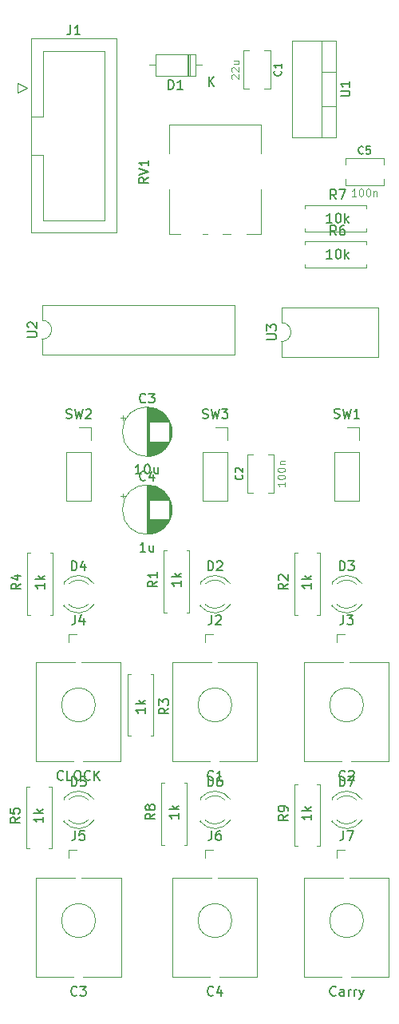
<source format=gbr>
%TF.GenerationSoftware,KiCad,Pcbnew,(6.0.0)*%
%TF.CreationDate,2022-10-17T09:47:37-04:00*%
%TF.ProjectId,bindec,62696e64-6563-42e6-9b69-6361645f7063,rev?*%
%TF.SameCoordinates,Original*%
%TF.FileFunction,Legend,Top*%
%TF.FilePolarity,Positive*%
%FSLAX46Y46*%
G04 Gerber Fmt 4.6, Leading zero omitted, Abs format (unit mm)*
G04 Created by KiCad (PCBNEW (6.0.0)) date 2022-10-17 09:47:37*
%MOMM*%
%LPD*%
G01*
G04 APERTURE LIST*
%ADD10C,0.150000*%
%ADD11C,0.140000*%
%ADD12C,0.120000*%
G04 APERTURE END LIST*
D10*
%TO.C,R2*%
X160238380Y-87225666D02*
X159762190Y-87559000D01*
X160238380Y-87797095D02*
X159238380Y-87797095D01*
X159238380Y-87416142D01*
X159286000Y-87320904D01*
X159333619Y-87273285D01*
X159428857Y-87225666D01*
X159571714Y-87225666D01*
X159666952Y-87273285D01*
X159714571Y-87320904D01*
X159762190Y-87416142D01*
X159762190Y-87797095D01*
X159333619Y-86844714D02*
X159286000Y-86797095D01*
X159238380Y-86701857D01*
X159238380Y-86463761D01*
X159286000Y-86368523D01*
X159333619Y-86320904D01*
X159428857Y-86273285D01*
X159524095Y-86273285D01*
X159666952Y-86320904D01*
X160238380Y-86892333D01*
X160238380Y-86273285D01*
X162738380Y-87178047D02*
X162738380Y-87749476D01*
X162738380Y-87463761D02*
X161738380Y-87463761D01*
X161881238Y-87559000D01*
X161976476Y-87654238D01*
X162024095Y-87749476D01*
X162738380Y-86749476D02*
X161738380Y-86749476D01*
X162357428Y-86654238D02*
X162738380Y-86368523D01*
X162071714Y-86368523D02*
X162452666Y-86749476D01*
%TO.C,SW3*%
X151198666Y-69658761D02*
X151341523Y-69706380D01*
X151579619Y-69706380D01*
X151674857Y-69658761D01*
X151722476Y-69611142D01*
X151770095Y-69515904D01*
X151770095Y-69420666D01*
X151722476Y-69325428D01*
X151674857Y-69277809D01*
X151579619Y-69230190D01*
X151389142Y-69182571D01*
X151293904Y-69134952D01*
X151246285Y-69087333D01*
X151198666Y-68992095D01*
X151198666Y-68896857D01*
X151246285Y-68801619D01*
X151293904Y-68754000D01*
X151389142Y-68706380D01*
X151627238Y-68706380D01*
X151770095Y-68754000D01*
X152103428Y-68706380D02*
X152341523Y-69706380D01*
X152532000Y-68992095D01*
X152722476Y-69706380D01*
X152960571Y-68706380D01*
X153246285Y-68706380D02*
X153865333Y-68706380D01*
X153532000Y-69087333D01*
X153674857Y-69087333D01*
X153770095Y-69134952D01*
X153817714Y-69182571D01*
X153865333Y-69277809D01*
X153865333Y-69515904D01*
X153817714Y-69611142D01*
X153770095Y-69658761D01*
X153674857Y-69706380D01*
X153389142Y-69706380D01*
X153293904Y-69658761D01*
X153246285Y-69611142D01*
%TO.C,D5*%
X137290904Y-108697380D02*
X137290904Y-107697380D01*
X137529000Y-107697380D01*
X137671857Y-107745000D01*
X137767095Y-107840238D01*
X137814714Y-107935476D01*
X137862333Y-108125952D01*
X137862333Y-108268809D01*
X137814714Y-108459285D01*
X137767095Y-108554523D01*
X137671857Y-108649761D01*
X137529000Y-108697380D01*
X137290904Y-108697380D01*
X138767095Y-107697380D02*
X138290904Y-107697380D01*
X138243285Y-108173571D01*
X138290904Y-108125952D01*
X138386142Y-108078333D01*
X138624238Y-108078333D01*
X138719476Y-108125952D01*
X138767095Y-108173571D01*
X138814714Y-108268809D01*
X138814714Y-108506904D01*
X138767095Y-108602142D01*
X138719476Y-108649761D01*
X138624238Y-108697380D01*
X138386142Y-108697380D01*
X138290904Y-108649761D01*
X138243285Y-108602142D01*
D11*
%TO.C,C2*%
X155368714Y-75698333D02*
X155406809Y-75736428D01*
X155444904Y-75850714D01*
X155444904Y-75926904D01*
X155406809Y-76041190D01*
X155330619Y-76117380D01*
X155254428Y-76155476D01*
X155102047Y-76193571D01*
X154987761Y-76193571D01*
X154835380Y-76155476D01*
X154759190Y-76117380D01*
X154683000Y-76041190D01*
X154644904Y-75926904D01*
X154644904Y-75850714D01*
X154683000Y-75736428D01*
X154721095Y-75698333D01*
X154721095Y-75393571D02*
X154683000Y-75355476D01*
X154644904Y-75279285D01*
X154644904Y-75088809D01*
X154683000Y-75012619D01*
X154721095Y-74974523D01*
X154797285Y-74936428D01*
X154873476Y-74936428D01*
X154987761Y-74974523D01*
X155444904Y-75431666D01*
X155444904Y-74936428D01*
D12*
X159944904Y-76460238D02*
X159944904Y-76917380D01*
X159944904Y-76688809D02*
X159144904Y-76688809D01*
X159259190Y-76765000D01*
X159335380Y-76841190D01*
X159373476Y-76917380D01*
X159144904Y-75965000D02*
X159144904Y-75888809D01*
X159183000Y-75812619D01*
X159221095Y-75774523D01*
X159297285Y-75736428D01*
X159449666Y-75698333D01*
X159640142Y-75698333D01*
X159792523Y-75736428D01*
X159868714Y-75774523D01*
X159906809Y-75812619D01*
X159944904Y-75888809D01*
X159944904Y-75965000D01*
X159906809Y-76041190D01*
X159868714Y-76079285D01*
X159792523Y-76117380D01*
X159640142Y-76155476D01*
X159449666Y-76155476D01*
X159297285Y-76117380D01*
X159221095Y-76079285D01*
X159183000Y-76041190D01*
X159144904Y-75965000D01*
X159144904Y-75203095D02*
X159144904Y-75126904D01*
X159183000Y-75050714D01*
X159221095Y-75012619D01*
X159297285Y-74974523D01*
X159449666Y-74936428D01*
X159640142Y-74936428D01*
X159792523Y-74974523D01*
X159868714Y-75012619D01*
X159906809Y-75050714D01*
X159944904Y-75126904D01*
X159944904Y-75203095D01*
X159906809Y-75279285D01*
X159868714Y-75317380D01*
X159792523Y-75355476D01*
X159640142Y-75393571D01*
X159449666Y-75393571D01*
X159297285Y-75355476D01*
X159221095Y-75317380D01*
X159183000Y-75279285D01*
X159144904Y-75203095D01*
X159411571Y-74593571D02*
X159944904Y-74593571D01*
X159487761Y-74593571D02*
X159449666Y-74555476D01*
X159411571Y-74479285D01*
X159411571Y-74365000D01*
X159449666Y-74288809D01*
X159525857Y-74250714D01*
X159944904Y-74250714D01*
D10*
%TO.C,D3*%
X165733904Y-85837380D02*
X165733904Y-84837380D01*
X165972000Y-84837380D01*
X166114857Y-84885000D01*
X166210095Y-84980238D01*
X166257714Y-85075476D01*
X166305333Y-85265952D01*
X166305333Y-85408809D01*
X166257714Y-85599285D01*
X166210095Y-85694523D01*
X166114857Y-85789761D01*
X165972000Y-85837380D01*
X165733904Y-85837380D01*
X166638666Y-84837380D02*
X167257714Y-84837380D01*
X166924380Y-85218333D01*
X167067238Y-85218333D01*
X167162476Y-85265952D01*
X167210095Y-85313571D01*
X167257714Y-85408809D01*
X167257714Y-85646904D01*
X167210095Y-85742142D01*
X167162476Y-85789761D01*
X167067238Y-85837380D01*
X166781523Y-85837380D01*
X166686285Y-85789761D01*
X166638666Y-85742142D01*
%TO.C,R9*%
X160238380Y-111736666D02*
X159762190Y-112070000D01*
X160238380Y-112308095D02*
X159238380Y-112308095D01*
X159238380Y-111927142D01*
X159286000Y-111831904D01*
X159333619Y-111784285D01*
X159428857Y-111736666D01*
X159571714Y-111736666D01*
X159666952Y-111784285D01*
X159714571Y-111831904D01*
X159762190Y-111927142D01*
X159762190Y-112308095D01*
X160238380Y-111260476D02*
X160238380Y-111070000D01*
X160190761Y-110974761D01*
X160143142Y-110927142D01*
X160000285Y-110831904D01*
X159809809Y-110784285D01*
X159428857Y-110784285D01*
X159333619Y-110831904D01*
X159286000Y-110879523D01*
X159238380Y-110974761D01*
X159238380Y-111165238D01*
X159286000Y-111260476D01*
X159333619Y-111308095D01*
X159428857Y-111355714D01*
X159666952Y-111355714D01*
X159762190Y-111308095D01*
X159809809Y-111260476D01*
X159857428Y-111165238D01*
X159857428Y-110974761D01*
X159809809Y-110879523D01*
X159762190Y-110831904D01*
X159666952Y-110784285D01*
X162738380Y-111689047D02*
X162738380Y-112260476D01*
X162738380Y-111974761D02*
X161738380Y-111974761D01*
X161881238Y-112070000D01*
X161976476Y-112165238D01*
X162024095Y-112260476D01*
X162738380Y-111260476D02*
X161738380Y-111260476D01*
X162357428Y-111165238D02*
X162738380Y-110879523D01*
X162071714Y-110879523D02*
X162452666Y-111260476D01*
D11*
%TO.C,C1*%
X159487714Y-32879333D02*
X159525809Y-32917428D01*
X159563904Y-33031714D01*
X159563904Y-33107904D01*
X159525809Y-33222190D01*
X159449619Y-33298380D01*
X159373428Y-33336476D01*
X159221047Y-33374571D01*
X159106761Y-33374571D01*
X158954380Y-33336476D01*
X158878190Y-33298380D01*
X158802000Y-33222190D01*
X158763904Y-33107904D01*
X158763904Y-33031714D01*
X158802000Y-32917428D01*
X158840095Y-32879333D01*
X159563904Y-32117428D02*
X159563904Y-32574571D01*
X159563904Y-32346000D02*
X158763904Y-32346000D01*
X158878190Y-32422190D01*
X158954380Y-32498380D01*
X158992476Y-32574571D01*
D12*
X154340095Y-33717428D02*
X154302000Y-33679333D01*
X154263904Y-33603142D01*
X154263904Y-33412666D01*
X154302000Y-33336476D01*
X154340095Y-33298380D01*
X154416285Y-33260285D01*
X154492476Y-33260285D01*
X154606761Y-33298380D01*
X155063904Y-33755523D01*
X155063904Y-33260285D01*
X154340095Y-32955523D02*
X154302000Y-32917428D01*
X154263904Y-32841238D01*
X154263904Y-32650761D01*
X154302000Y-32574571D01*
X154340095Y-32536476D01*
X154416285Y-32498380D01*
X154492476Y-32498380D01*
X154606761Y-32536476D01*
X155063904Y-32993619D01*
X155063904Y-32498380D01*
X154530571Y-31812666D02*
X155063904Y-31812666D01*
X154530571Y-32155523D02*
X154949619Y-32155523D01*
X155025809Y-32117428D01*
X155063904Y-32041238D01*
X155063904Y-31926952D01*
X155025809Y-31850761D01*
X154987714Y-31812666D01*
D10*
%TO.C,J3*%
X166143666Y-90551380D02*
X166143666Y-91265666D01*
X166096047Y-91408523D01*
X166000809Y-91503761D01*
X165857952Y-91551380D01*
X165762714Y-91551380D01*
X166524619Y-90551380D02*
X167143666Y-90551380D01*
X166810333Y-90932333D01*
X166953190Y-90932333D01*
X167048428Y-90979952D01*
X167096047Y-91027571D01*
X167143666Y-91122809D01*
X167143666Y-91360904D01*
X167096047Y-91456142D01*
X167048428Y-91503761D01*
X166953190Y-91551380D01*
X166667476Y-91551380D01*
X166572238Y-91503761D01*
X166524619Y-91456142D01*
X166310333Y-107956142D02*
X166262714Y-108003761D01*
X166119857Y-108051380D01*
X166024619Y-108051380D01*
X165881761Y-108003761D01*
X165786523Y-107908523D01*
X165738904Y-107813285D01*
X165691285Y-107622809D01*
X165691285Y-107479952D01*
X165738904Y-107289476D01*
X165786523Y-107194238D01*
X165881761Y-107099000D01*
X166024619Y-107051380D01*
X166119857Y-107051380D01*
X166262714Y-107099000D01*
X166310333Y-107146619D01*
X166691285Y-107146619D02*
X166738904Y-107099000D01*
X166834142Y-107051380D01*
X167072238Y-107051380D01*
X167167476Y-107099000D01*
X167215095Y-107146619D01*
X167262714Y-107241857D01*
X167262714Y-107337095D01*
X167215095Y-107479952D01*
X166643666Y-108051380D01*
X167262714Y-108051380D01*
%TO.C,SW2*%
X136720666Y-69658761D02*
X136863523Y-69706380D01*
X137101619Y-69706380D01*
X137196857Y-69658761D01*
X137244476Y-69611142D01*
X137292095Y-69515904D01*
X137292095Y-69420666D01*
X137244476Y-69325428D01*
X137196857Y-69277809D01*
X137101619Y-69230190D01*
X136911142Y-69182571D01*
X136815904Y-69134952D01*
X136768285Y-69087333D01*
X136720666Y-68992095D01*
X136720666Y-68896857D01*
X136768285Y-68801619D01*
X136815904Y-68754000D01*
X136911142Y-68706380D01*
X137149238Y-68706380D01*
X137292095Y-68754000D01*
X137625428Y-68706380D02*
X137863523Y-69706380D01*
X138054000Y-68992095D01*
X138244476Y-69706380D01*
X138482571Y-68706380D01*
X138815904Y-68801619D02*
X138863523Y-68754000D01*
X138958761Y-68706380D01*
X139196857Y-68706380D01*
X139292095Y-68754000D01*
X139339714Y-68801619D01*
X139387333Y-68896857D01*
X139387333Y-68992095D01*
X139339714Y-69134952D01*
X138768285Y-69706380D01*
X139387333Y-69706380D01*
%TO.C,RV1*%
X145459380Y-44159238D02*
X144983190Y-44492571D01*
X145459380Y-44730666D02*
X144459380Y-44730666D01*
X144459380Y-44349714D01*
X144507000Y-44254476D01*
X144554619Y-44206857D01*
X144649857Y-44159238D01*
X144792714Y-44159238D01*
X144887952Y-44206857D01*
X144935571Y-44254476D01*
X144983190Y-44349714D01*
X144983190Y-44730666D01*
X144459380Y-43873523D02*
X145459380Y-43540190D01*
X144459380Y-43206857D01*
X145459380Y-42349714D02*
X145459380Y-42921142D01*
X145459380Y-42635428D02*
X144459380Y-42635428D01*
X144602238Y-42730666D01*
X144697476Y-42825904D01*
X144745095Y-42921142D01*
%TO.C,R7*%
X165357333Y-46466380D02*
X165024000Y-45990190D01*
X164785904Y-46466380D02*
X164785904Y-45466380D01*
X165166857Y-45466380D01*
X165262095Y-45514000D01*
X165309714Y-45561619D01*
X165357333Y-45656857D01*
X165357333Y-45799714D01*
X165309714Y-45894952D01*
X165262095Y-45942571D01*
X165166857Y-45990190D01*
X164785904Y-45990190D01*
X165690666Y-45466380D02*
X166357333Y-45466380D01*
X165928761Y-46466380D01*
X164928761Y-48966380D02*
X164357333Y-48966380D01*
X164643047Y-48966380D02*
X164643047Y-47966380D01*
X164547809Y-48109238D01*
X164452571Y-48204476D01*
X164357333Y-48252095D01*
X165547809Y-47966380D02*
X165643047Y-47966380D01*
X165738285Y-48014000D01*
X165785904Y-48061619D01*
X165833523Y-48156857D01*
X165881142Y-48347333D01*
X165881142Y-48585428D01*
X165833523Y-48775904D01*
X165785904Y-48871142D01*
X165738285Y-48918761D01*
X165643047Y-48966380D01*
X165547809Y-48966380D01*
X165452571Y-48918761D01*
X165404952Y-48871142D01*
X165357333Y-48775904D01*
X165309714Y-48585428D01*
X165309714Y-48347333D01*
X165357333Y-48156857D01*
X165404952Y-48061619D01*
X165452571Y-48014000D01*
X165547809Y-47966380D01*
X166309714Y-48966380D02*
X166309714Y-47966380D01*
X166404952Y-48585428D02*
X166690666Y-48966380D01*
X166690666Y-48299714D02*
X166309714Y-48680666D01*
%TO.C,R5*%
X131790380Y-111990666D02*
X131314190Y-112324000D01*
X131790380Y-112562095D02*
X130790380Y-112562095D01*
X130790380Y-112181142D01*
X130838000Y-112085904D01*
X130885619Y-112038285D01*
X130980857Y-111990666D01*
X131123714Y-111990666D01*
X131218952Y-112038285D01*
X131266571Y-112085904D01*
X131314190Y-112181142D01*
X131314190Y-112562095D01*
X130790380Y-111085904D02*
X130790380Y-111562095D01*
X131266571Y-111609714D01*
X131218952Y-111562095D01*
X131171333Y-111466857D01*
X131171333Y-111228761D01*
X131218952Y-111133523D01*
X131266571Y-111085904D01*
X131361809Y-111038285D01*
X131599904Y-111038285D01*
X131695142Y-111085904D01*
X131742761Y-111133523D01*
X131790380Y-111228761D01*
X131790380Y-111466857D01*
X131742761Y-111562095D01*
X131695142Y-111609714D01*
X134290380Y-111943047D02*
X134290380Y-112514476D01*
X134290380Y-112228761D02*
X133290380Y-112228761D01*
X133433238Y-112324000D01*
X133528476Y-112419238D01*
X133576095Y-112514476D01*
X134290380Y-111514476D02*
X133290380Y-111514476D01*
X133909428Y-111419238D02*
X134290380Y-111133523D01*
X133623714Y-111133523D02*
X134004666Y-111514476D01*
%TO.C,R6*%
X165357333Y-50276380D02*
X165024000Y-49800190D01*
X164785904Y-50276380D02*
X164785904Y-49276380D01*
X165166857Y-49276380D01*
X165262095Y-49324000D01*
X165309714Y-49371619D01*
X165357333Y-49466857D01*
X165357333Y-49609714D01*
X165309714Y-49704952D01*
X165262095Y-49752571D01*
X165166857Y-49800190D01*
X164785904Y-49800190D01*
X166214476Y-49276380D02*
X166024000Y-49276380D01*
X165928761Y-49324000D01*
X165881142Y-49371619D01*
X165785904Y-49514476D01*
X165738285Y-49704952D01*
X165738285Y-50085904D01*
X165785904Y-50181142D01*
X165833523Y-50228761D01*
X165928761Y-50276380D01*
X166119238Y-50276380D01*
X166214476Y-50228761D01*
X166262095Y-50181142D01*
X166309714Y-50085904D01*
X166309714Y-49847809D01*
X166262095Y-49752571D01*
X166214476Y-49704952D01*
X166119238Y-49657333D01*
X165928761Y-49657333D01*
X165833523Y-49704952D01*
X165785904Y-49752571D01*
X165738285Y-49847809D01*
X164928761Y-52776380D02*
X164357333Y-52776380D01*
X164643047Y-52776380D02*
X164643047Y-51776380D01*
X164547809Y-51919238D01*
X164452571Y-52014476D01*
X164357333Y-52062095D01*
X165547809Y-51776380D02*
X165643047Y-51776380D01*
X165738285Y-51824000D01*
X165785904Y-51871619D01*
X165833523Y-51966857D01*
X165881142Y-52157333D01*
X165881142Y-52395428D01*
X165833523Y-52585904D01*
X165785904Y-52681142D01*
X165738285Y-52728761D01*
X165643047Y-52776380D01*
X165547809Y-52776380D01*
X165452571Y-52728761D01*
X165404952Y-52681142D01*
X165357333Y-52585904D01*
X165309714Y-52395428D01*
X165309714Y-52157333D01*
X165357333Y-51966857D01*
X165404952Y-51871619D01*
X165452571Y-51824000D01*
X165547809Y-51776380D01*
X166309714Y-52776380D02*
X166309714Y-51776380D01*
X166404952Y-52395428D02*
X166690666Y-52776380D01*
X166690666Y-52109714D02*
X166309714Y-52490666D01*
%TO.C,D2*%
X151763904Y-85837380D02*
X151763904Y-84837380D01*
X152002000Y-84837380D01*
X152144857Y-84885000D01*
X152240095Y-84980238D01*
X152287714Y-85075476D01*
X152335333Y-85265952D01*
X152335333Y-85408809D01*
X152287714Y-85599285D01*
X152240095Y-85694523D01*
X152144857Y-85789761D01*
X152002000Y-85837380D01*
X151763904Y-85837380D01*
X152716285Y-84932619D02*
X152763904Y-84885000D01*
X152859142Y-84837380D01*
X153097238Y-84837380D01*
X153192476Y-84885000D01*
X153240095Y-84932619D01*
X153287714Y-85027857D01*
X153287714Y-85123095D01*
X153240095Y-85265952D01*
X152668666Y-85837380D01*
X153287714Y-85837380D01*
%TO.C,J4*%
X137695666Y-90551380D02*
X137695666Y-91265666D01*
X137648047Y-91408523D01*
X137552809Y-91503761D01*
X137409952Y-91551380D01*
X137314714Y-91551380D01*
X138600428Y-90884714D02*
X138600428Y-91551380D01*
X138362333Y-90503761D02*
X138124238Y-91218047D01*
X138743285Y-91218047D01*
X136409952Y-107956142D02*
X136362333Y-108003761D01*
X136219476Y-108051380D01*
X136124238Y-108051380D01*
X135981380Y-108003761D01*
X135886142Y-107908523D01*
X135838523Y-107813285D01*
X135790904Y-107622809D01*
X135790904Y-107479952D01*
X135838523Y-107289476D01*
X135886142Y-107194238D01*
X135981380Y-107099000D01*
X136124238Y-107051380D01*
X136219476Y-107051380D01*
X136362333Y-107099000D01*
X136409952Y-107146619D01*
X137314714Y-108051380D02*
X136838523Y-108051380D01*
X136838523Y-107051380D01*
X137838523Y-107051380D02*
X138029000Y-107051380D01*
X138124238Y-107099000D01*
X138219476Y-107194238D01*
X138267095Y-107384714D01*
X138267095Y-107718047D01*
X138219476Y-107908523D01*
X138124238Y-108003761D01*
X138029000Y-108051380D01*
X137838523Y-108051380D01*
X137743285Y-108003761D01*
X137648047Y-107908523D01*
X137600428Y-107718047D01*
X137600428Y-107384714D01*
X137648047Y-107194238D01*
X137743285Y-107099000D01*
X137838523Y-107051380D01*
X139267095Y-107956142D02*
X139219476Y-108003761D01*
X139076619Y-108051380D01*
X138981380Y-108051380D01*
X138838523Y-108003761D01*
X138743285Y-107908523D01*
X138695666Y-107813285D01*
X138648047Y-107622809D01*
X138648047Y-107479952D01*
X138695666Y-107289476D01*
X138743285Y-107194238D01*
X138838523Y-107099000D01*
X138981380Y-107051380D01*
X139076619Y-107051380D01*
X139219476Y-107099000D01*
X139267095Y-107146619D01*
X139695666Y-108051380D02*
X139695666Y-107051380D01*
X140267095Y-108051380D02*
X139838523Y-107479952D01*
X140267095Y-107051380D02*
X139695666Y-107622809D01*
%TO.C,J7*%
X166143666Y-113411380D02*
X166143666Y-114125666D01*
X166096047Y-114268523D01*
X166000809Y-114363761D01*
X165857952Y-114411380D01*
X165762714Y-114411380D01*
X166524619Y-113411380D02*
X167191285Y-113411380D01*
X166762714Y-114411380D01*
X165334142Y-130816142D02*
X165286523Y-130863761D01*
X165143666Y-130911380D01*
X165048428Y-130911380D01*
X164905571Y-130863761D01*
X164810333Y-130768523D01*
X164762714Y-130673285D01*
X164715095Y-130482809D01*
X164715095Y-130339952D01*
X164762714Y-130149476D01*
X164810333Y-130054238D01*
X164905571Y-129959000D01*
X165048428Y-129911380D01*
X165143666Y-129911380D01*
X165286523Y-129959000D01*
X165334142Y-130006619D01*
X166191285Y-130911380D02*
X166191285Y-130387571D01*
X166143666Y-130292333D01*
X166048428Y-130244714D01*
X165857952Y-130244714D01*
X165762714Y-130292333D01*
X166191285Y-130863761D02*
X166096047Y-130911380D01*
X165857952Y-130911380D01*
X165762714Y-130863761D01*
X165715095Y-130768523D01*
X165715095Y-130673285D01*
X165762714Y-130578047D01*
X165857952Y-130530428D01*
X166096047Y-130530428D01*
X166191285Y-130482809D01*
X166667476Y-130911380D02*
X166667476Y-130244714D01*
X166667476Y-130435190D02*
X166715095Y-130339952D01*
X166762714Y-130292333D01*
X166857952Y-130244714D01*
X166953190Y-130244714D01*
X167286523Y-130911380D02*
X167286523Y-130244714D01*
X167286523Y-130435190D02*
X167334142Y-130339952D01*
X167381761Y-130292333D01*
X167477000Y-130244714D01*
X167572238Y-130244714D01*
X167810333Y-130244714D02*
X168048428Y-130911380D01*
X168286523Y-130244714D02*
X168048428Y-130911380D01*
X167953190Y-131149476D01*
X167905571Y-131197095D01*
X167810333Y-131244714D01*
%TO.C,U2*%
X132626380Y-61076904D02*
X133435904Y-61076904D01*
X133531142Y-61029285D01*
X133578761Y-60981666D01*
X133626380Y-60886428D01*
X133626380Y-60695952D01*
X133578761Y-60600714D01*
X133531142Y-60553095D01*
X133435904Y-60505476D01*
X132626380Y-60505476D01*
X132721619Y-60076904D02*
X132674000Y-60029285D01*
X132626380Y-59934047D01*
X132626380Y-59695952D01*
X132674000Y-59600714D01*
X132721619Y-59553095D01*
X132816857Y-59505476D01*
X132912095Y-59505476D01*
X133054952Y-59553095D01*
X133626380Y-60124523D01*
X133626380Y-59505476D01*
%TO.C,U3*%
X158021380Y-61330904D02*
X158830904Y-61330904D01*
X158926142Y-61283285D01*
X158973761Y-61235666D01*
X159021380Y-61140428D01*
X159021380Y-60949952D01*
X158973761Y-60854714D01*
X158926142Y-60807095D01*
X158830904Y-60759476D01*
X158021380Y-60759476D01*
X158021380Y-60378523D02*
X158021380Y-59759476D01*
X158402333Y-60092809D01*
X158402333Y-59949952D01*
X158449952Y-59854714D01*
X158497571Y-59807095D01*
X158592809Y-59759476D01*
X158830904Y-59759476D01*
X158926142Y-59807095D01*
X158973761Y-59854714D01*
X159021380Y-59949952D01*
X159021380Y-60235666D01*
X158973761Y-60330904D01*
X158926142Y-60378523D01*
%TO.C,D1*%
X147577904Y-34830380D02*
X147577904Y-33830380D01*
X147816000Y-33830380D01*
X147958857Y-33878000D01*
X148054095Y-33973238D01*
X148101714Y-34068476D01*
X148149333Y-34258952D01*
X148149333Y-34401809D01*
X148101714Y-34592285D01*
X148054095Y-34687523D01*
X147958857Y-34782761D01*
X147816000Y-34830380D01*
X147577904Y-34830380D01*
X149101714Y-34830380D02*
X148530285Y-34830380D01*
X148816000Y-34830380D02*
X148816000Y-33830380D01*
X148720761Y-33973238D01*
X148625523Y-34068476D01*
X148530285Y-34116095D01*
X151864095Y-34510380D02*
X151864095Y-33510380D01*
X152435523Y-34510380D02*
X152006952Y-33938952D01*
X152435523Y-33510380D02*
X151864095Y-34081809D01*
%TO.C,R8*%
X146141380Y-111609666D02*
X145665190Y-111943000D01*
X146141380Y-112181095D02*
X145141380Y-112181095D01*
X145141380Y-111800142D01*
X145189000Y-111704904D01*
X145236619Y-111657285D01*
X145331857Y-111609666D01*
X145474714Y-111609666D01*
X145569952Y-111657285D01*
X145617571Y-111704904D01*
X145665190Y-111800142D01*
X145665190Y-112181095D01*
X145569952Y-111038238D02*
X145522333Y-111133476D01*
X145474714Y-111181095D01*
X145379476Y-111228714D01*
X145331857Y-111228714D01*
X145236619Y-111181095D01*
X145189000Y-111133476D01*
X145141380Y-111038238D01*
X145141380Y-110847761D01*
X145189000Y-110752523D01*
X145236619Y-110704904D01*
X145331857Y-110657285D01*
X145379476Y-110657285D01*
X145474714Y-110704904D01*
X145522333Y-110752523D01*
X145569952Y-110847761D01*
X145569952Y-111038238D01*
X145617571Y-111133476D01*
X145665190Y-111181095D01*
X145760428Y-111228714D01*
X145950904Y-111228714D01*
X146046142Y-111181095D01*
X146093761Y-111133476D01*
X146141380Y-111038238D01*
X146141380Y-110847761D01*
X146093761Y-110752523D01*
X146046142Y-110704904D01*
X145950904Y-110657285D01*
X145760428Y-110657285D01*
X145665190Y-110704904D01*
X145617571Y-110752523D01*
X145569952Y-110847761D01*
X148641380Y-111562047D02*
X148641380Y-112133476D01*
X148641380Y-111847761D02*
X147641380Y-111847761D01*
X147784238Y-111943000D01*
X147879476Y-112038238D01*
X147927095Y-112133476D01*
X148641380Y-111133476D02*
X147641380Y-111133476D01*
X148260428Y-111038238D02*
X148641380Y-110752523D01*
X147974714Y-110752523D02*
X148355666Y-111133476D01*
%TO.C,J6*%
X152173666Y-113411380D02*
X152173666Y-114125666D01*
X152126047Y-114268523D01*
X152030809Y-114363761D01*
X151887952Y-114411380D01*
X151792714Y-114411380D01*
X153078428Y-113411380D02*
X152887952Y-113411380D01*
X152792714Y-113459000D01*
X152745095Y-113506619D01*
X152649857Y-113649476D01*
X152602238Y-113839952D01*
X152602238Y-114220904D01*
X152649857Y-114316142D01*
X152697476Y-114363761D01*
X152792714Y-114411380D01*
X152983190Y-114411380D01*
X153078428Y-114363761D01*
X153126047Y-114316142D01*
X153173666Y-114220904D01*
X153173666Y-113982809D01*
X153126047Y-113887571D01*
X153078428Y-113839952D01*
X152983190Y-113792333D01*
X152792714Y-113792333D01*
X152697476Y-113839952D01*
X152649857Y-113887571D01*
X152602238Y-113982809D01*
X152340333Y-130816142D02*
X152292714Y-130863761D01*
X152149857Y-130911380D01*
X152054619Y-130911380D01*
X151911761Y-130863761D01*
X151816523Y-130768523D01*
X151768904Y-130673285D01*
X151721285Y-130482809D01*
X151721285Y-130339952D01*
X151768904Y-130149476D01*
X151816523Y-130054238D01*
X151911761Y-129959000D01*
X152054619Y-129911380D01*
X152149857Y-129911380D01*
X152292714Y-129959000D01*
X152340333Y-130006619D01*
X153197476Y-130244714D02*
X153197476Y-130911380D01*
X152959380Y-129863761D02*
X152721285Y-130578047D01*
X153340333Y-130578047D01*
%TO.C,R3*%
X147585380Y-100432666D02*
X147109190Y-100766000D01*
X147585380Y-101004095D02*
X146585380Y-101004095D01*
X146585380Y-100623142D01*
X146633000Y-100527904D01*
X146680619Y-100480285D01*
X146775857Y-100432666D01*
X146918714Y-100432666D01*
X147013952Y-100480285D01*
X147061571Y-100527904D01*
X147109190Y-100623142D01*
X147109190Y-101004095D01*
X146585380Y-100099333D02*
X146585380Y-99480285D01*
X146966333Y-99813619D01*
X146966333Y-99670761D01*
X147013952Y-99575523D01*
X147061571Y-99527904D01*
X147156809Y-99480285D01*
X147394904Y-99480285D01*
X147490142Y-99527904D01*
X147537761Y-99575523D01*
X147585380Y-99670761D01*
X147585380Y-99956476D01*
X147537761Y-100051714D01*
X147490142Y-100099333D01*
X145085380Y-100385047D02*
X145085380Y-100956476D01*
X145085380Y-100670761D02*
X144085380Y-100670761D01*
X144228238Y-100766000D01*
X144323476Y-100861238D01*
X144371095Y-100956476D01*
X145085380Y-99956476D02*
X144085380Y-99956476D01*
X144704428Y-99861238D02*
X145085380Y-99575523D01*
X144418714Y-99575523D02*
X144799666Y-99956476D01*
%TO.C,U1*%
X165825380Y-35559904D02*
X166634904Y-35559904D01*
X166730142Y-35512285D01*
X166777761Y-35464666D01*
X166825380Y-35369428D01*
X166825380Y-35178952D01*
X166777761Y-35083714D01*
X166730142Y-35036095D01*
X166634904Y-34988476D01*
X165825380Y-34988476D01*
X166825380Y-33988476D02*
X166825380Y-34559904D01*
X166825380Y-34274190D02*
X165825380Y-34274190D01*
X165968238Y-34369428D01*
X166063476Y-34464666D01*
X166111095Y-34559904D01*
%TO.C,C3*%
X145146233Y-67977142D02*
X145098614Y-68024761D01*
X144955757Y-68072380D01*
X144860519Y-68072380D01*
X144717661Y-68024761D01*
X144622423Y-67929523D01*
X144574804Y-67834285D01*
X144527185Y-67643809D01*
X144527185Y-67500952D01*
X144574804Y-67310476D01*
X144622423Y-67215238D01*
X144717661Y-67120000D01*
X144860519Y-67072380D01*
X144955757Y-67072380D01*
X145098614Y-67120000D01*
X145146233Y-67167619D01*
X145479566Y-67072380D02*
X146098614Y-67072380D01*
X145765280Y-67453333D01*
X145908138Y-67453333D01*
X146003376Y-67500952D01*
X146050995Y-67548571D01*
X146098614Y-67643809D01*
X146098614Y-67881904D01*
X146050995Y-67977142D01*
X146003376Y-68024761D01*
X145908138Y-68072380D01*
X145622423Y-68072380D01*
X145527185Y-68024761D01*
X145479566Y-67977142D01*
X144670042Y-75572380D02*
X144098614Y-75572380D01*
X144384328Y-75572380D02*
X144384328Y-74572380D01*
X144289090Y-74715238D01*
X144193852Y-74810476D01*
X144098614Y-74858095D01*
X145289090Y-74572380D02*
X145384328Y-74572380D01*
X145479566Y-74620000D01*
X145527185Y-74667619D01*
X145574804Y-74762857D01*
X145622423Y-74953333D01*
X145622423Y-75191428D01*
X145574804Y-75381904D01*
X145527185Y-75477142D01*
X145479566Y-75524761D01*
X145384328Y-75572380D01*
X145289090Y-75572380D01*
X145193852Y-75524761D01*
X145146233Y-75477142D01*
X145098614Y-75381904D01*
X145050995Y-75191428D01*
X145050995Y-74953333D01*
X145098614Y-74762857D01*
X145146233Y-74667619D01*
X145193852Y-74620000D01*
X145289090Y-74572380D01*
X146479566Y-74905714D02*
X146479566Y-75572380D01*
X146050995Y-74905714D02*
X146050995Y-75429523D01*
X146098614Y-75524761D01*
X146193852Y-75572380D01*
X146336709Y-75572380D01*
X146431947Y-75524761D01*
X146479566Y-75477142D01*
%TO.C,D4*%
X137285904Y-85837380D02*
X137285904Y-84837380D01*
X137524000Y-84837380D01*
X137666857Y-84885000D01*
X137762095Y-84980238D01*
X137809714Y-85075476D01*
X137857333Y-85265952D01*
X137857333Y-85408809D01*
X137809714Y-85599285D01*
X137762095Y-85694523D01*
X137666857Y-85789761D01*
X137524000Y-85837380D01*
X137285904Y-85837380D01*
X138714476Y-85170714D02*
X138714476Y-85837380D01*
X138476380Y-84789761D02*
X138238285Y-85504047D01*
X138857333Y-85504047D01*
%TO.C,J5*%
X137700666Y-113411380D02*
X137700666Y-114125666D01*
X137653047Y-114268523D01*
X137557809Y-114363761D01*
X137414952Y-114411380D01*
X137319714Y-114411380D01*
X138653047Y-113411380D02*
X138176857Y-113411380D01*
X138129238Y-113887571D01*
X138176857Y-113839952D01*
X138272095Y-113792333D01*
X138510190Y-113792333D01*
X138605428Y-113839952D01*
X138653047Y-113887571D01*
X138700666Y-113982809D01*
X138700666Y-114220904D01*
X138653047Y-114316142D01*
X138605428Y-114363761D01*
X138510190Y-114411380D01*
X138272095Y-114411380D01*
X138176857Y-114363761D01*
X138129238Y-114316142D01*
X137867333Y-130816142D02*
X137819714Y-130863761D01*
X137676857Y-130911380D01*
X137581619Y-130911380D01*
X137438761Y-130863761D01*
X137343523Y-130768523D01*
X137295904Y-130673285D01*
X137248285Y-130482809D01*
X137248285Y-130339952D01*
X137295904Y-130149476D01*
X137343523Y-130054238D01*
X137438761Y-129959000D01*
X137581619Y-129911380D01*
X137676857Y-129911380D01*
X137819714Y-129959000D01*
X137867333Y-130006619D01*
X138200666Y-129911380D02*
X138819714Y-129911380D01*
X138486380Y-130292333D01*
X138629238Y-130292333D01*
X138724476Y-130339952D01*
X138772095Y-130387571D01*
X138819714Y-130482809D01*
X138819714Y-130720904D01*
X138772095Y-130816142D01*
X138724476Y-130863761D01*
X138629238Y-130911380D01*
X138343523Y-130911380D01*
X138248285Y-130863761D01*
X138200666Y-130816142D01*
%TO.C,R4*%
X131917380Y-87225666D02*
X131441190Y-87559000D01*
X131917380Y-87797095D02*
X130917380Y-87797095D01*
X130917380Y-87416142D01*
X130965000Y-87320904D01*
X131012619Y-87273285D01*
X131107857Y-87225666D01*
X131250714Y-87225666D01*
X131345952Y-87273285D01*
X131393571Y-87320904D01*
X131441190Y-87416142D01*
X131441190Y-87797095D01*
X131250714Y-86368523D02*
X131917380Y-86368523D01*
X130869761Y-86606619D02*
X131584047Y-86844714D01*
X131584047Y-86225666D01*
X134417380Y-87178047D02*
X134417380Y-87749476D01*
X134417380Y-87463761D02*
X133417380Y-87463761D01*
X133560238Y-87559000D01*
X133655476Y-87654238D01*
X133703095Y-87749476D01*
X134417380Y-86749476D02*
X133417380Y-86749476D01*
X134036428Y-86654238D02*
X134417380Y-86368523D01*
X133750714Y-86368523D02*
X134131666Y-86749476D01*
%TO.C,SW1*%
X165168666Y-69643761D02*
X165311523Y-69691380D01*
X165549619Y-69691380D01*
X165644857Y-69643761D01*
X165692476Y-69596142D01*
X165740095Y-69500904D01*
X165740095Y-69405666D01*
X165692476Y-69310428D01*
X165644857Y-69262809D01*
X165549619Y-69215190D01*
X165359142Y-69167571D01*
X165263904Y-69119952D01*
X165216285Y-69072333D01*
X165168666Y-68977095D01*
X165168666Y-68881857D01*
X165216285Y-68786619D01*
X165263904Y-68739000D01*
X165359142Y-68691380D01*
X165597238Y-68691380D01*
X165740095Y-68739000D01*
X166073428Y-68691380D02*
X166311523Y-69691380D01*
X166502000Y-68977095D01*
X166692476Y-69691380D01*
X166930571Y-68691380D01*
X167835333Y-69691380D02*
X167263904Y-69691380D01*
X167549619Y-69691380D02*
X167549619Y-68691380D01*
X167454380Y-68834238D01*
X167359142Y-68929476D01*
X167263904Y-68977095D01*
%TO.C,D6*%
X151763904Y-108697380D02*
X151763904Y-107697380D01*
X152002000Y-107697380D01*
X152144857Y-107745000D01*
X152240095Y-107840238D01*
X152287714Y-107935476D01*
X152335333Y-108125952D01*
X152335333Y-108268809D01*
X152287714Y-108459285D01*
X152240095Y-108554523D01*
X152144857Y-108649761D01*
X152002000Y-108697380D01*
X151763904Y-108697380D01*
X153192476Y-107697380D02*
X153002000Y-107697380D01*
X152906761Y-107745000D01*
X152859142Y-107792619D01*
X152763904Y-107935476D01*
X152716285Y-108125952D01*
X152716285Y-108506904D01*
X152763904Y-108602142D01*
X152811523Y-108649761D01*
X152906761Y-108697380D01*
X153097238Y-108697380D01*
X153192476Y-108649761D01*
X153240095Y-108602142D01*
X153287714Y-108506904D01*
X153287714Y-108268809D01*
X153240095Y-108173571D01*
X153192476Y-108125952D01*
X153097238Y-108078333D01*
X152906761Y-108078333D01*
X152811523Y-108125952D01*
X152763904Y-108173571D01*
X152716285Y-108268809D01*
%TO.C,J2*%
X152173666Y-90551380D02*
X152173666Y-91265666D01*
X152126047Y-91408523D01*
X152030809Y-91503761D01*
X151887952Y-91551380D01*
X151792714Y-91551380D01*
X152602238Y-90646619D02*
X152649857Y-90599000D01*
X152745095Y-90551380D01*
X152983190Y-90551380D01*
X153078428Y-90599000D01*
X153126047Y-90646619D01*
X153173666Y-90741857D01*
X153173666Y-90837095D01*
X153126047Y-90979952D01*
X152554619Y-91551380D01*
X153173666Y-91551380D01*
X152340333Y-107956142D02*
X152292714Y-108003761D01*
X152149857Y-108051380D01*
X152054619Y-108051380D01*
X151911761Y-108003761D01*
X151816523Y-107908523D01*
X151768904Y-107813285D01*
X151721285Y-107622809D01*
X151721285Y-107479952D01*
X151768904Y-107289476D01*
X151816523Y-107194238D01*
X151911761Y-107099000D01*
X152054619Y-107051380D01*
X152149857Y-107051380D01*
X152292714Y-107099000D01*
X152340333Y-107146619D01*
X153292714Y-108051380D02*
X152721285Y-108051380D01*
X153007000Y-108051380D02*
X153007000Y-107051380D01*
X152911761Y-107194238D01*
X152816523Y-107289476D01*
X152721285Y-107337095D01*
D11*
%TO.C,C5*%
X168248666Y-41596714D02*
X168210571Y-41634809D01*
X168096285Y-41672904D01*
X168020095Y-41672904D01*
X167905809Y-41634809D01*
X167829619Y-41558619D01*
X167791523Y-41482428D01*
X167753428Y-41330047D01*
X167753428Y-41215761D01*
X167791523Y-41063380D01*
X167829619Y-40987190D01*
X167905809Y-40911000D01*
X168020095Y-40872904D01*
X168096285Y-40872904D01*
X168210571Y-40911000D01*
X168248666Y-40949095D01*
X168972476Y-40872904D02*
X168591523Y-40872904D01*
X168553428Y-41253857D01*
X168591523Y-41215761D01*
X168667714Y-41177666D01*
X168858190Y-41177666D01*
X168934380Y-41215761D01*
X168972476Y-41253857D01*
X169010571Y-41330047D01*
X169010571Y-41520523D01*
X168972476Y-41596714D01*
X168934380Y-41634809D01*
X168858190Y-41672904D01*
X168667714Y-41672904D01*
X168591523Y-41634809D01*
X168553428Y-41596714D01*
D12*
X167486761Y-46172904D02*
X167029619Y-46172904D01*
X167258190Y-46172904D02*
X167258190Y-45372904D01*
X167182000Y-45487190D01*
X167105809Y-45563380D01*
X167029619Y-45601476D01*
X167982000Y-45372904D02*
X168058190Y-45372904D01*
X168134380Y-45411000D01*
X168172476Y-45449095D01*
X168210571Y-45525285D01*
X168248666Y-45677666D01*
X168248666Y-45868142D01*
X168210571Y-46020523D01*
X168172476Y-46096714D01*
X168134380Y-46134809D01*
X168058190Y-46172904D01*
X167982000Y-46172904D01*
X167905809Y-46134809D01*
X167867714Y-46096714D01*
X167829619Y-46020523D01*
X167791523Y-45868142D01*
X167791523Y-45677666D01*
X167829619Y-45525285D01*
X167867714Y-45449095D01*
X167905809Y-45411000D01*
X167982000Y-45372904D01*
X168743904Y-45372904D02*
X168820095Y-45372904D01*
X168896285Y-45411000D01*
X168934380Y-45449095D01*
X168972476Y-45525285D01*
X169010571Y-45677666D01*
X169010571Y-45868142D01*
X168972476Y-46020523D01*
X168934380Y-46096714D01*
X168896285Y-46134809D01*
X168820095Y-46172904D01*
X168743904Y-46172904D01*
X168667714Y-46134809D01*
X168629619Y-46096714D01*
X168591523Y-46020523D01*
X168553428Y-45868142D01*
X168553428Y-45677666D01*
X168591523Y-45525285D01*
X168629619Y-45449095D01*
X168667714Y-45411000D01*
X168743904Y-45372904D01*
X169353428Y-45639571D02*
X169353428Y-46172904D01*
X169353428Y-45715761D02*
X169391523Y-45677666D01*
X169467714Y-45639571D01*
X169582000Y-45639571D01*
X169658190Y-45677666D01*
X169696285Y-45753857D01*
X169696285Y-46172904D01*
D10*
%TO.C,C4*%
X145146233Y-76232142D02*
X145098614Y-76279761D01*
X144955757Y-76327380D01*
X144860519Y-76327380D01*
X144717661Y-76279761D01*
X144622423Y-76184523D01*
X144574804Y-76089285D01*
X144527185Y-75898809D01*
X144527185Y-75755952D01*
X144574804Y-75565476D01*
X144622423Y-75470238D01*
X144717661Y-75375000D01*
X144860519Y-75327380D01*
X144955757Y-75327380D01*
X145098614Y-75375000D01*
X145146233Y-75422619D01*
X146003376Y-75660714D02*
X146003376Y-76327380D01*
X145765280Y-75279761D02*
X145527185Y-75994047D01*
X146146233Y-75994047D01*
X145146233Y-83827380D02*
X144574804Y-83827380D01*
X144860519Y-83827380D02*
X144860519Y-82827380D01*
X144765280Y-82970238D01*
X144670042Y-83065476D01*
X144574804Y-83113095D01*
X146003376Y-83160714D02*
X146003376Y-83827380D01*
X145574804Y-83160714D02*
X145574804Y-83684523D01*
X145622423Y-83779761D01*
X145717661Y-83827380D01*
X145860519Y-83827380D01*
X145955757Y-83779761D01*
X146003376Y-83732142D01*
%TO.C,D7*%
X165733904Y-108697380D02*
X165733904Y-107697380D01*
X165972000Y-107697380D01*
X166114857Y-107745000D01*
X166210095Y-107840238D01*
X166257714Y-107935476D01*
X166305333Y-108125952D01*
X166305333Y-108268809D01*
X166257714Y-108459285D01*
X166210095Y-108554523D01*
X166114857Y-108649761D01*
X165972000Y-108697380D01*
X165733904Y-108697380D01*
X166638666Y-107697380D02*
X167305333Y-107697380D01*
X166876761Y-108697380D01*
%TO.C,R1*%
X146395380Y-86971666D02*
X145919190Y-87305000D01*
X146395380Y-87543095D02*
X145395380Y-87543095D01*
X145395380Y-87162142D01*
X145443000Y-87066904D01*
X145490619Y-87019285D01*
X145585857Y-86971666D01*
X145728714Y-86971666D01*
X145823952Y-87019285D01*
X145871571Y-87066904D01*
X145919190Y-87162142D01*
X145919190Y-87543095D01*
X146395380Y-86019285D02*
X146395380Y-86590714D01*
X146395380Y-86305000D02*
X145395380Y-86305000D01*
X145538238Y-86400238D01*
X145633476Y-86495476D01*
X145681095Y-86590714D01*
X148895380Y-86924047D02*
X148895380Y-87495476D01*
X148895380Y-87209761D02*
X147895380Y-87209761D01*
X148038238Y-87305000D01*
X148133476Y-87400238D01*
X148181095Y-87495476D01*
X148895380Y-86495476D02*
X147895380Y-86495476D01*
X148514428Y-86400238D02*
X148895380Y-86114523D01*
X148228714Y-86114523D02*
X148609666Y-86495476D01*
%TO.C,J1*%
X137197166Y-28023380D02*
X137197166Y-28737666D01*
X137149547Y-28880523D01*
X137054309Y-28975761D01*
X136911452Y-29023380D01*
X136816214Y-29023380D01*
X138197166Y-29023380D02*
X137625738Y-29023380D01*
X137911452Y-29023380D02*
X137911452Y-28023380D01*
X137816214Y-28166238D01*
X137720976Y-28261476D01*
X137625738Y-28309095D01*
D12*
%TO.C,R2*%
X163326000Y-90519000D02*
X163656000Y-90519000D01*
X163656000Y-83979000D02*
X163326000Y-83979000D01*
X160916000Y-83979000D02*
X161246000Y-83979000D01*
X161246000Y-90519000D02*
X160916000Y-90519000D01*
X163656000Y-90519000D02*
X163656000Y-83979000D01*
X160916000Y-90519000D02*
X160916000Y-83979000D01*
%TO.C,SW3*%
X151202000Y-73294000D02*
X153862000Y-73294000D01*
X153862000Y-70694000D02*
X153862000Y-72024000D01*
X151202000Y-73294000D02*
X151202000Y-78434000D01*
X153862000Y-73294000D02*
X153862000Y-78434000D01*
X152532000Y-70694000D02*
X153862000Y-70694000D01*
X151202000Y-78434000D02*
X153862000Y-78434000D01*
%TO.C,D5*%
X136469000Y-112285000D02*
X136469000Y-112441000D01*
X136469000Y-109969000D02*
X136469000Y-110125000D01*
X136469000Y-112440516D02*
G75*
G03*
X139701335Y-112283608I1560000J1235517D01*
G01*
X139701335Y-110126392D02*
G75*
G03*
X136469000Y-109969484I-1672335J-1078609D01*
G01*
X139070130Y-110125163D02*
G75*
G03*
X136988039Y-110125000I-1041130J-1079837D01*
G01*
X136988039Y-112285000D02*
G75*
G03*
X139070130Y-112284837I1040961J1080000D01*
G01*
%TO.C,C2*%
X155913000Y-77585000D02*
X156538000Y-77585000D01*
X155913000Y-77585000D02*
X155913000Y-73545000D01*
X155913000Y-73545000D02*
X156538000Y-73545000D01*
X158128000Y-77585000D02*
X158753000Y-77585000D01*
X158128000Y-73545000D02*
X158753000Y-73545000D01*
X158753000Y-77585000D02*
X158753000Y-73545000D01*
%TO.C,D3*%
X164912000Y-87109000D02*
X164912000Y-87265000D01*
X164912000Y-89425000D02*
X164912000Y-89581000D01*
X168144335Y-87266392D02*
G75*
G03*
X164912000Y-87109484I-1672335J-1078609D01*
G01*
X167513130Y-87265163D02*
G75*
G03*
X165431039Y-87265000I-1041130J-1079837D01*
G01*
X164912000Y-89580516D02*
G75*
G03*
X168144335Y-89423608I1560000J1235517D01*
G01*
X165431039Y-89425000D02*
G75*
G03*
X167513130Y-89424837I1040961J1080000D01*
G01*
%TO.C,R9*%
X163656000Y-115030000D02*
X163656000Y-108490000D01*
X161246000Y-115030000D02*
X160916000Y-115030000D01*
X163326000Y-115030000D02*
X163656000Y-115030000D01*
X160916000Y-115030000D02*
X160916000Y-108490000D01*
X163656000Y-108490000D02*
X163326000Y-108490000D01*
X160916000Y-108490000D02*
X161246000Y-108490000D01*
%TO.C,C1*%
X155532000Y-30726000D02*
X155532000Y-34766000D01*
X156157000Y-34766000D02*
X155532000Y-34766000D01*
X156157000Y-30726000D02*
X155532000Y-30726000D01*
X158372000Y-30726000D02*
X157747000Y-30726000D01*
X158372000Y-34766000D02*
X157747000Y-34766000D01*
X158372000Y-30726000D02*
X158372000Y-34766000D01*
%TO.C,J3*%
X161977000Y-95579000D02*
X161977000Y-106079000D01*
X166127000Y-95579000D02*
X161977000Y-95579000D01*
X165417000Y-92599000D02*
X165417000Y-93399000D01*
X165417000Y-92599000D02*
X166277000Y-92599000D01*
X170977000Y-106079000D02*
X166977000Y-106079000D01*
X165977000Y-106079000D02*
X161977000Y-106079000D01*
X170977000Y-95579000D02*
X170977000Y-106079000D01*
X170977000Y-95579000D02*
X166827000Y-95579000D01*
X168277000Y-100079000D02*
G75*
G03*
X168277000Y-100079000I-1800000J0D01*
G01*
%TO.C,SW2*%
X139384000Y-73294000D02*
X139384000Y-78434000D01*
X136724000Y-78434000D02*
X139384000Y-78434000D01*
X138054000Y-70694000D02*
X139384000Y-70694000D01*
X136724000Y-73294000D02*
X139384000Y-73294000D01*
X139384000Y-70694000D02*
X139384000Y-72024000D01*
X136724000Y-73294000D02*
X136724000Y-78434000D01*
%TO.C,RV1*%
X151717000Y-50184000D02*
X151187000Y-50184000D01*
X157377000Y-41654000D02*
X157377000Y-38594000D01*
X157377000Y-50184000D02*
X155887000Y-50184000D01*
X147627000Y-50184000D02*
X147627000Y-45464000D01*
X148817000Y-50184000D02*
X147637000Y-50184000D01*
X157377000Y-50184000D02*
X157377000Y-45464000D01*
X157377000Y-38594000D02*
X147637000Y-38594000D01*
X154167000Y-50184000D02*
X153337000Y-50184000D01*
X147637000Y-41654000D02*
X147637000Y-38594000D01*
%TO.C,R7*%
X162064000Y-49554000D02*
X162064000Y-49884000D01*
X168604000Y-47144000D02*
X168604000Y-47474000D01*
X168604000Y-49884000D02*
X168604000Y-49554000D01*
X162064000Y-47474000D02*
X162064000Y-47144000D01*
X162064000Y-47144000D02*
X168604000Y-47144000D01*
X162064000Y-49884000D02*
X168604000Y-49884000D01*
%TO.C,R5*%
X135208000Y-115284000D02*
X135208000Y-108744000D01*
X132468000Y-108744000D02*
X132798000Y-108744000D01*
X132468000Y-115284000D02*
X132468000Y-108744000D01*
X134878000Y-115284000D02*
X135208000Y-115284000D01*
X135208000Y-108744000D02*
X134878000Y-108744000D01*
X132798000Y-115284000D02*
X132468000Y-115284000D01*
%TO.C,R6*%
X168604000Y-50954000D02*
X168604000Y-51284000D01*
X168604000Y-53694000D02*
X168604000Y-53364000D01*
X162064000Y-50954000D02*
X168604000Y-50954000D01*
X162064000Y-53364000D02*
X162064000Y-53694000D01*
X162064000Y-53694000D02*
X168604000Y-53694000D01*
X162064000Y-51284000D02*
X162064000Y-50954000D01*
%TO.C,D2*%
X150942000Y-89425000D02*
X150942000Y-89581000D01*
X150942000Y-87109000D02*
X150942000Y-87265000D01*
X151461039Y-89425000D02*
G75*
G03*
X153543130Y-89424837I1040961J1080000D01*
G01*
X150942000Y-89580516D02*
G75*
G03*
X154174335Y-89423608I1560000J1235517D01*
G01*
X153543130Y-87265163D02*
G75*
G03*
X151461039Y-87265000I-1041130J-1079837D01*
G01*
X154174335Y-87266392D02*
G75*
G03*
X150942000Y-87109484I-1672335J-1078609D01*
G01*
%TO.C,J4*%
X136969000Y-92599000D02*
X137829000Y-92599000D01*
X133529000Y-95579000D02*
X133529000Y-106079000D01*
X142529000Y-95579000D02*
X138379000Y-95579000D01*
X136969000Y-92599000D02*
X136969000Y-93399000D01*
X142529000Y-106079000D02*
X138529000Y-106079000D01*
X137529000Y-106079000D02*
X133529000Y-106079000D01*
X137679000Y-95579000D02*
X133529000Y-95579000D01*
X142529000Y-95579000D02*
X142529000Y-106079000D01*
X139829000Y-100079000D02*
G75*
G03*
X139829000Y-100079000I-1800000J0D01*
G01*
%TO.C,J7*%
X170977000Y-118439000D02*
X166827000Y-118439000D01*
X165417000Y-115459000D02*
X165417000Y-116259000D01*
X161977000Y-118439000D02*
X161977000Y-128939000D01*
X165977000Y-128939000D02*
X161977000Y-128939000D01*
X170977000Y-118439000D02*
X170977000Y-128939000D01*
X170977000Y-128939000D02*
X166977000Y-128939000D01*
X165417000Y-115459000D02*
X166277000Y-115459000D01*
X166127000Y-118439000D02*
X161977000Y-118439000D01*
X168277000Y-122939000D02*
G75*
G03*
X168277000Y-122939000I-1800000J0D01*
G01*
%TO.C,U2*%
X134174000Y-57665000D02*
X134174000Y-59315000D01*
X154614000Y-57665000D02*
X134174000Y-57665000D01*
X134174000Y-62965000D02*
X154614000Y-62965000D01*
X134174000Y-61315000D02*
X134174000Y-62965000D01*
X154614000Y-62965000D02*
X154614000Y-57665000D01*
X134174000Y-61315000D02*
G75*
G03*
X134174000Y-59315000I0J1000000D01*
G01*
%TO.C,U3*%
X169849000Y-63219000D02*
X169849000Y-57919000D01*
X159569000Y-61569000D02*
X159569000Y-63219000D01*
X159569000Y-57919000D02*
X159569000Y-59569000D01*
X159569000Y-63219000D02*
X169849000Y-63219000D01*
X169849000Y-57919000D02*
X159569000Y-57919000D01*
X159569000Y-61569000D02*
G75*
G03*
X159569000Y-59569000I0J1000000D01*
G01*
%TO.C,D1*%
X149596000Y-33378000D02*
X149596000Y-31138000D01*
X149716000Y-33378000D02*
X149716000Y-31138000D01*
X146196000Y-33378000D02*
X150436000Y-33378000D01*
X145546000Y-32258000D02*
X146196000Y-32258000D01*
X150436000Y-33378000D02*
X150436000Y-31138000D01*
X151086000Y-32258000D02*
X150436000Y-32258000D01*
X149836000Y-33378000D02*
X149836000Y-31138000D01*
X146196000Y-31138000D02*
X146196000Y-33378000D01*
X150436000Y-31138000D02*
X146196000Y-31138000D01*
%TO.C,R8*%
X147149000Y-114903000D02*
X146819000Y-114903000D01*
X146819000Y-114903000D02*
X146819000Y-108363000D01*
X149559000Y-108363000D02*
X149229000Y-108363000D01*
X149229000Y-114903000D02*
X149559000Y-114903000D01*
X146819000Y-108363000D02*
X147149000Y-108363000D01*
X149559000Y-114903000D02*
X149559000Y-108363000D01*
%TO.C,J6*%
X151447000Y-115459000D02*
X152307000Y-115459000D01*
X152157000Y-118439000D02*
X148007000Y-118439000D01*
X157007000Y-118439000D02*
X157007000Y-128939000D01*
X148007000Y-118439000D02*
X148007000Y-128939000D01*
X152007000Y-128939000D02*
X148007000Y-128939000D01*
X151447000Y-115459000D02*
X151447000Y-116259000D01*
X157007000Y-128939000D02*
X153007000Y-128939000D01*
X157007000Y-118439000D02*
X152857000Y-118439000D01*
X154307000Y-122939000D02*
G75*
G03*
X154307000Y-122939000I-1800000J0D01*
G01*
%TO.C,R3*%
X143593000Y-96806000D02*
X143263000Y-96806000D01*
X143263000Y-96806000D02*
X143263000Y-103346000D01*
X145673000Y-96806000D02*
X146003000Y-96806000D01*
X146003000Y-96806000D02*
X146003000Y-103346000D01*
X146003000Y-103346000D02*
X145673000Y-103346000D01*
X143263000Y-103346000D02*
X143593000Y-103346000D01*
%TO.C,U1*%
X165373000Y-39918000D02*
X160732000Y-39918000D01*
X163863000Y-29678000D02*
X163863000Y-39918000D01*
X165373000Y-36649000D02*
X163863000Y-36649000D01*
X165373000Y-32948000D02*
X163863000Y-32948000D01*
X165373000Y-29678000D02*
X160732000Y-29678000D01*
X160732000Y-29678000D02*
X160732000Y-39918000D01*
X165373000Y-29678000D02*
X165373000Y-39918000D01*
%TO.C,C3*%
X146713900Y-68945000D02*
X146713900Y-70080000D01*
X145632900Y-72160000D02*
X145632900Y-73681000D01*
X147553900Y-72160000D02*
X147553900Y-72439000D01*
X147393900Y-69566000D02*
X147393900Y-70080000D01*
X146193900Y-72160000D02*
X146193900Y-73548000D01*
X146233900Y-72160000D02*
X146233900Y-73534000D01*
X146273900Y-72160000D02*
X146273900Y-73518000D01*
X145392900Y-68541000D02*
X145392900Y-73699000D01*
X147353900Y-69515000D02*
X147353900Y-70080000D01*
X145792900Y-72160000D02*
X145792900Y-73656000D01*
X147193900Y-72160000D02*
X147193900Y-72905000D01*
X145912900Y-72160000D02*
X145912900Y-73631000D01*
X145872900Y-72160000D02*
X145872900Y-73640000D01*
X147473900Y-72160000D02*
X147473900Y-72563000D01*
X147673900Y-70022000D02*
X147673900Y-72218000D01*
X146193900Y-68692000D02*
X146193900Y-70080000D01*
X146113900Y-68665000D02*
X146113900Y-70080000D01*
X145872900Y-68600000D02*
X145872900Y-70080000D01*
X146753900Y-72160000D02*
X146753900Y-73269000D01*
X146073900Y-72160000D02*
X146073900Y-73588000D01*
X146513900Y-72160000D02*
X146513900Y-73410000D01*
X145792900Y-68584000D02*
X145792900Y-70080000D01*
X147273900Y-69421000D02*
X147273900Y-70080000D01*
X146673900Y-72160000D02*
X146673900Y-73320000D01*
X146353900Y-68755000D02*
X146353900Y-70080000D01*
X147273900Y-72160000D02*
X147273900Y-72819000D01*
X146593900Y-68873000D02*
X146593900Y-70080000D01*
X146313900Y-68738000D02*
X146313900Y-70080000D01*
X146073900Y-68652000D02*
X146073900Y-70080000D01*
X147633900Y-69942000D02*
X147633900Y-72298000D01*
X146793900Y-68998000D02*
X146793900Y-70080000D01*
X142508125Y-69645000D02*
X143008125Y-69645000D01*
X147233900Y-72160000D02*
X147233900Y-72863000D01*
X147033900Y-69183000D02*
X147033900Y-70080000D01*
X147353900Y-72160000D02*
X147353900Y-72725000D01*
X147593900Y-69869000D02*
X147593900Y-70080000D01*
X147153900Y-72160000D02*
X147153900Y-72946000D01*
X147313900Y-69467000D02*
X147313900Y-70080000D01*
X146513900Y-68830000D02*
X146513900Y-70080000D01*
X145712900Y-72160000D02*
X145712900Y-73670000D01*
X147553900Y-69801000D02*
X147553900Y-70080000D01*
X147793900Y-70315000D02*
X147793900Y-71925000D01*
X145552900Y-68551000D02*
X145552900Y-70080000D01*
X146153900Y-68678000D02*
X146153900Y-70080000D01*
X146233900Y-68706000D02*
X146233900Y-70080000D01*
X145472900Y-68544000D02*
X145472900Y-73696000D01*
X146353900Y-72160000D02*
X146353900Y-73485000D01*
X146713900Y-72160000D02*
X146713900Y-73295000D01*
X146673900Y-68920000D02*
X146673900Y-70080000D01*
X145952900Y-68619000D02*
X145952900Y-70080000D01*
X145992900Y-68629000D02*
X145992900Y-70080000D01*
X146753900Y-68971000D02*
X146753900Y-70080000D01*
X145752900Y-68577000D02*
X145752900Y-70080000D01*
X145672900Y-68564000D02*
X145672900Y-70080000D01*
X146473900Y-68810000D02*
X146473900Y-70080000D01*
X147753900Y-70205000D02*
X147753900Y-72035000D01*
X146593900Y-72160000D02*
X146593900Y-73367000D01*
X145592900Y-72160000D02*
X145592900Y-73685000D01*
X145632900Y-68559000D02*
X145632900Y-70080000D01*
X146993900Y-69149000D02*
X146993900Y-70080000D01*
X145832900Y-72160000D02*
X145832900Y-73648000D01*
X146313900Y-72160000D02*
X146313900Y-73502000D01*
X147313900Y-72160000D02*
X147313900Y-72773000D01*
X147233900Y-69377000D02*
X147233900Y-70080000D01*
X146833900Y-72160000D02*
X146833900Y-73215000D01*
X147113900Y-69256000D02*
X147113900Y-70080000D01*
X146393900Y-72160000D02*
X146393900Y-73468000D01*
X146153900Y-72160000D02*
X146153900Y-73562000D01*
X147473900Y-69677000D02*
X147473900Y-70080000D01*
X145712900Y-68570000D02*
X145712900Y-70080000D01*
X147713900Y-70109000D02*
X147713900Y-72131000D01*
X147433900Y-69620000D02*
X147433900Y-70080000D01*
X147833900Y-70443000D02*
X147833900Y-71797000D01*
X147033900Y-72160000D02*
X147033900Y-73057000D01*
X145952900Y-72160000D02*
X145952900Y-73621000D01*
X146433900Y-72160000D02*
X146433900Y-73449000D01*
X146033900Y-72160000D02*
X146033900Y-73600000D01*
X145352900Y-68540000D02*
X145352900Y-73700000D01*
X147513900Y-69737000D02*
X147513900Y-70080000D01*
X147393900Y-72160000D02*
X147393900Y-72674000D01*
X146633900Y-72160000D02*
X146633900Y-73344000D01*
X147913900Y-70836000D02*
X147913900Y-71404000D01*
X145312900Y-68540000D02*
X145312900Y-73700000D01*
X146793900Y-72160000D02*
X146793900Y-73242000D01*
X146833900Y-69025000D02*
X146833900Y-70080000D01*
X146993900Y-72160000D02*
X146993900Y-73091000D01*
X145552900Y-72160000D02*
X145552900Y-73689000D01*
X146393900Y-68772000D02*
X146393900Y-70080000D01*
X147153900Y-69294000D02*
X147153900Y-70080000D01*
X145752900Y-72160000D02*
X145752900Y-73663000D01*
X146953900Y-72160000D02*
X146953900Y-73124000D01*
X147113900Y-72160000D02*
X147113900Y-72984000D01*
X147433900Y-72160000D02*
X147433900Y-72620000D01*
X145992900Y-72160000D02*
X145992900Y-73611000D01*
X146953900Y-69116000D02*
X146953900Y-70080000D01*
X145592900Y-68555000D02*
X145592900Y-70080000D01*
X145832900Y-68592000D02*
X145832900Y-70080000D01*
X146113900Y-72160000D02*
X146113900Y-73575000D01*
X142758125Y-69395000D02*
X142758125Y-69895000D01*
X146473900Y-72160000D02*
X146473900Y-73430000D01*
X147073900Y-72160000D02*
X147073900Y-73021000D01*
X147593900Y-72160000D02*
X147593900Y-72371000D01*
X145672900Y-72160000D02*
X145672900Y-73676000D01*
X146633900Y-68896000D02*
X146633900Y-70080000D01*
X146913900Y-69085000D02*
X146913900Y-70080000D01*
X147073900Y-69219000D02*
X147073900Y-70080000D01*
X145512900Y-68547000D02*
X145512900Y-73693000D01*
X146873900Y-69055000D02*
X146873900Y-70080000D01*
X145432900Y-68542000D02*
X145432900Y-73698000D01*
X145912900Y-68609000D02*
X145912900Y-70080000D01*
X146273900Y-68722000D02*
X146273900Y-70080000D01*
X147193900Y-69335000D02*
X147193900Y-70080000D01*
X146873900Y-72160000D02*
X146873900Y-73185000D01*
X147873900Y-70602000D02*
X147873900Y-71638000D01*
X146033900Y-68640000D02*
X146033900Y-70080000D01*
X147513900Y-72160000D02*
X147513900Y-72503000D01*
X146553900Y-68852000D02*
X146553900Y-70080000D01*
X146433900Y-68791000D02*
X146433900Y-70080000D01*
X146913900Y-72160000D02*
X146913900Y-73155000D01*
X146553900Y-72160000D02*
X146553900Y-73388000D01*
X147932900Y-71120000D02*
G75*
G03*
X147932900Y-71120000I-2620000J0D01*
G01*
%TO.C,D4*%
X136464000Y-89425000D02*
X136464000Y-89581000D01*
X136464000Y-87109000D02*
X136464000Y-87265000D01*
X139065130Y-87265163D02*
G75*
G03*
X136983039Y-87265000I-1041130J-1079837D01*
G01*
X136983039Y-89425000D02*
G75*
G03*
X139065130Y-89424837I1040961J1080000D01*
G01*
X136464000Y-89580516D02*
G75*
G03*
X139696335Y-89423608I1560000J1235517D01*
G01*
X139696335Y-87266392D02*
G75*
G03*
X136464000Y-87109484I-1672335J-1078609D01*
G01*
%TO.C,J5*%
X133534000Y-118439000D02*
X133534000Y-128939000D01*
X142534000Y-128939000D02*
X138534000Y-128939000D01*
X137684000Y-118439000D02*
X133534000Y-118439000D01*
X136974000Y-115459000D02*
X137834000Y-115459000D01*
X136974000Y-115459000D02*
X136974000Y-116259000D01*
X142534000Y-118439000D02*
X142534000Y-128939000D01*
X142534000Y-118439000D02*
X138384000Y-118439000D01*
X137534000Y-128939000D02*
X133534000Y-128939000D01*
X139834000Y-122939000D02*
G75*
G03*
X139834000Y-122939000I-1800000J0D01*
G01*
%TO.C,R4*%
X135335000Y-83979000D02*
X135005000Y-83979000D01*
X132925000Y-90519000D02*
X132595000Y-90519000D01*
X135005000Y-90519000D02*
X135335000Y-90519000D01*
X132595000Y-90519000D02*
X132595000Y-83979000D01*
X132595000Y-83979000D02*
X132925000Y-83979000D01*
X135335000Y-90519000D02*
X135335000Y-83979000D01*
%TO.C,SW1*%
X165172000Y-78419000D02*
X167832000Y-78419000D01*
X165172000Y-73279000D02*
X165172000Y-78419000D01*
X167832000Y-73279000D02*
X167832000Y-78419000D01*
X167832000Y-70679000D02*
X167832000Y-72009000D01*
X165172000Y-73279000D02*
X167832000Y-73279000D01*
X166502000Y-70679000D02*
X167832000Y-70679000D01*
%TO.C,D6*%
X150942000Y-112285000D02*
X150942000Y-112441000D01*
X150942000Y-109969000D02*
X150942000Y-110125000D01*
X150942000Y-112440516D02*
G75*
G03*
X154174335Y-112283608I1560000J1235517D01*
G01*
X154174335Y-110126392D02*
G75*
G03*
X150942000Y-109969484I-1672335J-1078609D01*
G01*
X151461039Y-112285000D02*
G75*
G03*
X153543130Y-112284837I1040961J1080000D01*
G01*
X153543130Y-110125163D02*
G75*
G03*
X151461039Y-110125000I-1041130J-1079837D01*
G01*
%TO.C,J2*%
X148007000Y-95579000D02*
X148007000Y-106079000D01*
X152157000Y-95579000D02*
X148007000Y-95579000D01*
X151447000Y-92599000D02*
X151447000Y-93399000D01*
X151447000Y-92599000D02*
X152307000Y-92599000D01*
X157007000Y-95579000D02*
X152857000Y-95579000D01*
X152007000Y-106079000D02*
X148007000Y-106079000D01*
X157007000Y-106079000D02*
X153007000Y-106079000D01*
X157007000Y-95579000D02*
X157007000Y-106079000D01*
X154307000Y-100079000D02*
G75*
G03*
X154307000Y-100079000I-1800000J0D01*
G01*
%TO.C,C5*%
X166362000Y-42141000D02*
X166362000Y-42766000D01*
X170402000Y-42141000D02*
X170402000Y-42766000D01*
X166362000Y-44981000D02*
X170402000Y-44981000D01*
X166362000Y-44356000D02*
X166362000Y-44981000D01*
X166362000Y-42141000D02*
X170402000Y-42141000D01*
X170402000Y-44356000D02*
X170402000Y-44981000D01*
%TO.C,C4*%
X146513900Y-77085000D02*
X146513900Y-78335000D01*
X145832900Y-76847000D02*
X145832900Y-78335000D01*
X147433900Y-77875000D02*
X147433900Y-78335000D01*
X146073900Y-80415000D02*
X146073900Y-81843000D01*
X145312900Y-76795000D02*
X145312900Y-81955000D01*
X145752900Y-76832000D02*
X145752900Y-78335000D01*
X146993900Y-80415000D02*
X146993900Y-81346000D01*
X147513900Y-77992000D02*
X147513900Y-78335000D01*
X147753900Y-78460000D02*
X147753900Y-80290000D01*
X147353900Y-80415000D02*
X147353900Y-80980000D01*
X146553900Y-77107000D02*
X146553900Y-78335000D01*
X145792900Y-80415000D02*
X145792900Y-81911000D01*
X147513900Y-80415000D02*
X147513900Y-80758000D01*
X145432900Y-76797000D02*
X145432900Y-81953000D01*
X147233900Y-80415000D02*
X147233900Y-81118000D01*
X146393900Y-77027000D02*
X146393900Y-78335000D01*
X145752900Y-80415000D02*
X145752900Y-81918000D01*
X145392900Y-76796000D02*
X145392900Y-81954000D01*
X147313900Y-80415000D02*
X147313900Y-81028000D01*
X146313900Y-76993000D02*
X146313900Y-78335000D01*
X145552900Y-76806000D02*
X145552900Y-78335000D01*
X147633900Y-78197000D02*
X147633900Y-80553000D01*
X146273900Y-76977000D02*
X146273900Y-78335000D01*
X146473900Y-80415000D02*
X146473900Y-81685000D01*
X146633900Y-77151000D02*
X146633900Y-78335000D01*
X147793900Y-78570000D02*
X147793900Y-80180000D01*
X146273900Y-80415000D02*
X146273900Y-81773000D01*
X147673900Y-78277000D02*
X147673900Y-80473000D01*
X146353900Y-77010000D02*
X146353900Y-78335000D01*
X145672900Y-80415000D02*
X145672900Y-81931000D01*
X147873900Y-78857000D02*
X147873900Y-79893000D01*
X146393900Y-80415000D02*
X146393900Y-81723000D01*
X145592900Y-76810000D02*
X145592900Y-78335000D01*
X147393900Y-77821000D02*
X147393900Y-78335000D01*
X146553900Y-80415000D02*
X146553900Y-81643000D01*
X146433900Y-77046000D02*
X146433900Y-78335000D01*
X146713900Y-77200000D02*
X146713900Y-78335000D01*
X145472900Y-76799000D02*
X145472900Y-81951000D01*
X145912900Y-80415000D02*
X145912900Y-81886000D01*
X147273900Y-77676000D02*
X147273900Y-78335000D01*
X146073900Y-76907000D02*
X146073900Y-78335000D01*
X146193900Y-80415000D02*
X146193900Y-81803000D01*
X146593900Y-80415000D02*
X146593900Y-81622000D01*
X147553900Y-78056000D02*
X147553900Y-78335000D01*
X146833900Y-77280000D02*
X146833900Y-78335000D01*
X146033900Y-80415000D02*
X146033900Y-81855000D01*
X147273900Y-80415000D02*
X147273900Y-81074000D01*
X147033900Y-77438000D02*
X147033900Y-78335000D01*
X145632900Y-76814000D02*
X145632900Y-78335000D01*
X145712900Y-76825000D02*
X145712900Y-78335000D01*
X145952900Y-80415000D02*
X145952900Y-81876000D01*
X145992900Y-80415000D02*
X145992900Y-81866000D01*
X146113900Y-76920000D02*
X146113900Y-78335000D01*
X147113900Y-77511000D02*
X147113900Y-78335000D01*
X146113900Y-80415000D02*
X146113900Y-81830000D01*
X147193900Y-80415000D02*
X147193900Y-81160000D01*
X146313900Y-80415000D02*
X146313900Y-81757000D01*
X145912900Y-76864000D02*
X145912900Y-78335000D01*
X147433900Y-80415000D02*
X147433900Y-80875000D01*
X147913900Y-79091000D02*
X147913900Y-79659000D01*
X147833900Y-78698000D02*
X147833900Y-80052000D01*
X146953900Y-80415000D02*
X146953900Y-81379000D01*
X146873900Y-80415000D02*
X146873900Y-81440000D01*
X147193900Y-77590000D02*
X147193900Y-78335000D01*
X145712900Y-80415000D02*
X145712900Y-81925000D01*
X145872900Y-80415000D02*
X145872900Y-81895000D01*
X146993900Y-77404000D02*
X146993900Y-78335000D01*
X146873900Y-77310000D02*
X146873900Y-78335000D01*
X146353900Y-80415000D02*
X146353900Y-81740000D01*
X147313900Y-77722000D02*
X147313900Y-78335000D01*
X147153900Y-80415000D02*
X147153900Y-81201000D01*
X147393900Y-80415000D02*
X147393900Y-80929000D01*
X146473900Y-77065000D02*
X146473900Y-78335000D01*
X142508125Y-77900000D02*
X143008125Y-77900000D01*
X147353900Y-77770000D02*
X147353900Y-78335000D01*
X146913900Y-80415000D02*
X146913900Y-81410000D01*
X146513900Y-80415000D02*
X146513900Y-81665000D01*
X146593900Y-77128000D02*
X146593900Y-78335000D01*
X146233900Y-76961000D02*
X146233900Y-78335000D01*
X146633900Y-80415000D02*
X146633900Y-81599000D01*
X146433900Y-80415000D02*
X146433900Y-81704000D01*
X146153900Y-76933000D02*
X146153900Y-78335000D01*
X147713900Y-78364000D02*
X147713900Y-80386000D01*
X145672900Y-76819000D02*
X145672900Y-78335000D01*
X145992900Y-76884000D02*
X145992900Y-78335000D01*
X145872900Y-76855000D02*
X145872900Y-78335000D01*
X147593900Y-80415000D02*
X147593900Y-80626000D01*
X146673900Y-80415000D02*
X146673900Y-81575000D01*
X147473900Y-77932000D02*
X147473900Y-78335000D01*
X145552900Y-80415000D02*
X145552900Y-81944000D01*
X142758125Y-77650000D02*
X142758125Y-78150000D01*
X147073900Y-80415000D02*
X147073900Y-81276000D01*
X146233900Y-80415000D02*
X146233900Y-81789000D01*
X146713900Y-80415000D02*
X146713900Y-81550000D01*
X146953900Y-77371000D02*
X146953900Y-78335000D01*
X145792900Y-76839000D02*
X145792900Y-78335000D01*
X146793900Y-80415000D02*
X146793900Y-81497000D01*
X147473900Y-80415000D02*
X147473900Y-80818000D01*
X146673900Y-77175000D02*
X146673900Y-78335000D01*
X145592900Y-80415000D02*
X145592900Y-81940000D01*
X146913900Y-77340000D02*
X146913900Y-78335000D01*
X147073900Y-77474000D02*
X147073900Y-78335000D01*
X146753900Y-80415000D02*
X146753900Y-81524000D01*
X146193900Y-76947000D02*
X146193900Y-78335000D01*
X145512900Y-76802000D02*
X145512900Y-81948000D01*
X145352900Y-76795000D02*
X145352900Y-81955000D01*
X147553900Y-80415000D02*
X147553900Y-80694000D01*
X145632900Y-80415000D02*
X145632900Y-81936000D01*
X146153900Y-80415000D02*
X146153900Y-81817000D01*
X147113900Y-80415000D02*
X147113900Y-81239000D01*
X147593900Y-78124000D02*
X147593900Y-78335000D01*
X146033900Y-76895000D02*
X146033900Y-78335000D01*
X146833900Y-80415000D02*
X146833900Y-81470000D01*
X146753900Y-77226000D02*
X146753900Y-78335000D01*
X145832900Y-80415000D02*
X145832900Y-81903000D01*
X146793900Y-77253000D02*
X146793900Y-78335000D01*
X147153900Y-77549000D02*
X147153900Y-78335000D01*
X147233900Y-77632000D02*
X147233900Y-78335000D01*
X145952900Y-76874000D02*
X145952900Y-78335000D01*
X147033900Y-80415000D02*
X147033900Y-81312000D01*
X147932900Y-79375000D02*
G75*
G03*
X147932900Y-79375000I-2620000J0D01*
G01*
%TO.C,D7*%
X164912000Y-109969000D02*
X164912000Y-110125000D01*
X164912000Y-112285000D02*
X164912000Y-112441000D01*
X168144335Y-110126392D02*
G75*
G03*
X164912000Y-109969484I-1672335J-1078609D01*
G01*
X165431039Y-112285000D02*
G75*
G03*
X167513130Y-112284837I1040961J1080000D01*
G01*
X164912000Y-112440516D02*
G75*
G03*
X168144335Y-112283608I1560000J1235517D01*
G01*
X167513130Y-110125163D02*
G75*
G03*
X165431039Y-110125000I-1041130J-1079837D01*
G01*
%TO.C,R1*%
X147403000Y-90265000D02*
X147073000Y-90265000D01*
X147073000Y-83725000D02*
X147403000Y-83725000D01*
X149813000Y-83725000D02*
X149483000Y-83725000D01*
X149483000Y-90265000D02*
X149813000Y-90265000D01*
X149813000Y-90265000D02*
X149813000Y-83725000D01*
X147073000Y-90265000D02*
X147073000Y-83725000D01*
%TO.C,J1*%
X134280500Y-41801000D02*
X134280500Y-41801000D01*
X132970500Y-37701000D02*
X134280500Y-37701000D01*
X132580500Y-34671000D02*
X131580500Y-34171000D01*
X134280500Y-41801000D02*
X132970500Y-41801000D01*
X140780500Y-30761000D02*
X140780500Y-48741000D01*
X142090500Y-29461000D02*
X142090500Y-50041000D01*
X142090500Y-50041000D02*
X132970500Y-50041000D01*
X140780500Y-48741000D02*
X134280500Y-48741000D01*
X131580500Y-35171000D02*
X132580500Y-34671000D01*
X132970500Y-29461000D02*
X142090500Y-29461000D01*
X134280500Y-48741000D02*
X134280500Y-41801000D01*
X134280500Y-37701000D02*
X134280500Y-30761000D01*
X134280500Y-30761000D02*
X140780500Y-30761000D01*
X131580500Y-34171000D02*
X131580500Y-35171000D01*
X132970500Y-50041000D02*
X132970500Y-29461000D01*
%TD*%
M02*

</source>
